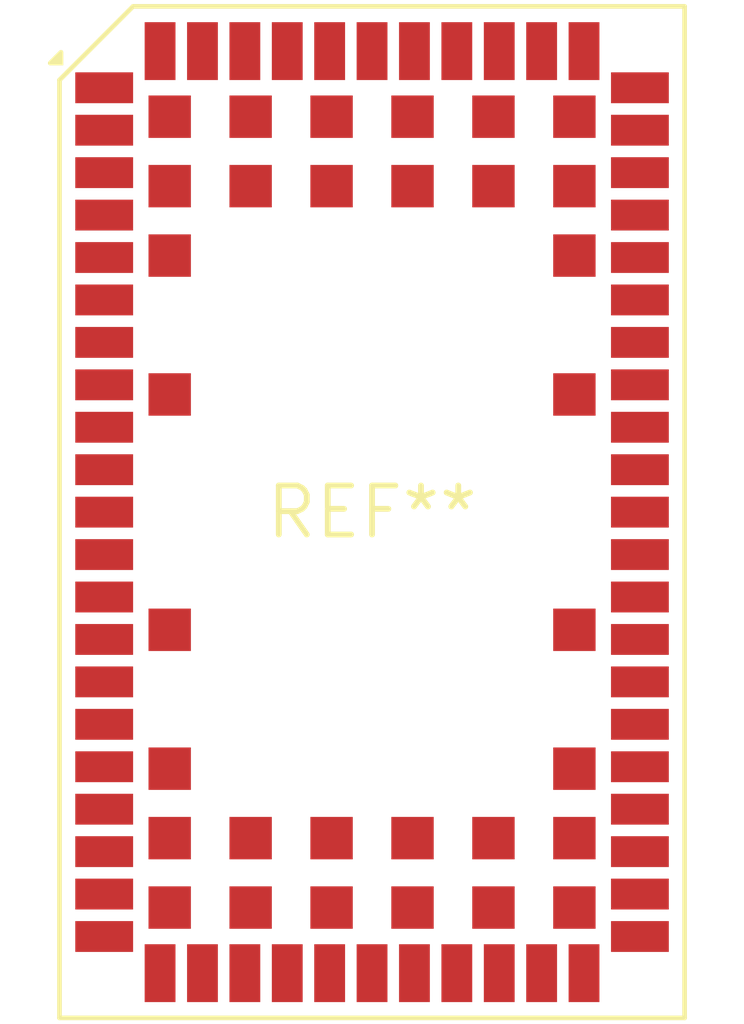
<source format=kicad_pcb>
(kicad_pcb (version 20240108) (generator pcbnew)
  (layers (0 "F.Cu" signal) (31 "B.Cu" signal) (34 "B.Paste" user) (35 "F.Paste" user) (36 "B.SilkS" user "B.Silkscreen") (37 "F.SilkS" user "F.Silkscreen") (38 "B.Mask" user) (39 "F.Mask" user) (44 "Edge.Cuts" user))
  (net 0 "")
  (footprint "ublox_SARA_LGA-96" (layer "F.Cu") (at 0 0)
    (property "Reference" "REF**")
    (property "Value" "ublox_SARA_LGA-96")
    (fp_line (start -8.11 -11.2) (end -8.11 13.11) (layer "F.SilkS") (stroke (width 0.12)))
    (fp_line (start -6.2 -13.11) (end -8.11 -11.2) (layer "F.SilkS") (stroke (width 0.12)))
    (fp_line (start 8.11 -13.11) (end -6.2 -13.11) (layer "F.SilkS") (stroke (width 0.12)))
    (fp_line (start 8.11 -13.11) (end 8.11 13.11) (layer "F.SilkS") (stroke (width 0.12)))
    (fp_line (start 8.11 13.11) (end -8.11 13.11) (layer "F.SilkS") (stroke (width 0.12)))
    (fp_poly (pts (xy -8.07 -11.64) (xy -8.35 -11.64) (xy -8.07 -11.92) (xy -8.07 -11.64)) (layer "F.SilkS") (stroke (width 0.12)) (fill solid))
    (pad "1" smd rect (at -6.95 -11 270) (size 0.8 1.5) (layers "F.Cu" "F.Mask"))
    (pad "2" smd rect (at -6.95 -9.9 270) (size 0.8 1.5) (layers "F.Cu" "F.Mask"))
    (pad "3" smd rect (at -6.95 -8.8 270) (size 0.8 1.5) (layers "F.Cu" "F.Mask"))
    (pad "4" smd rect (at -6.95 -7.7 270) (size 0.8 1.5) (layers "F.Cu" "F.Mask"))
    (pad "5" smd rect (at -6.95 -6.6 270) (size 0.8 1.5) (layers "F.Cu" "F.Mask"))
    (pad "6" smd rect (at -6.95 -5.5 270) (size 0.8 1.5) (layers "F.Cu" "F.Mask"))
    (pad "7" smd rect (at -6.95 -4.4 270) (size 0.8 1.5) (layers "F.Cu" "F.Mask"))
    (pad "8" smd rect (at -6.95 -3.3 270) (size 0.8 1.5) (layers "F.Cu" "F.Mask"))
    (pad "9" smd rect (at -6.95 -2.2 270) (size 0.8 1.5) (layers "F.Cu" "F.Mask"))
    (pad "10" smd rect (at -6.95 -1.1 270) (size 0.8 1.5) (layers "F.Cu" "F.Mask"))
    (pad "11" smd rect (at -6.95 0 270) (size 0.8 1.5) (layers "F.Cu" "F.Mask"))
    (pad "12" smd rect (at -6.95 1.1 270) (size 0.8 1.5) (layers "F.Cu" "F.Mask"))
    (pad "13" smd rect (at -6.95 2.2 270) (size 0.8 1.5) (layers "F.Cu" "F.Mask"))
    (pad "14" smd rect (at -6.95 3.3 270) (size 0.8 1.5) (layers "F.Cu" "F.Mask"))
    (pad "15" smd rect (at -6.95 4.4 270) (size 0.8 1.5) (layers "F.Cu" "F.Mask"))
    (pad "16" smd rect (at -6.95 5.5 270) (size 0.8 1.5) (layers "F.Cu" "F.Mask"))
    (pad "17" smd rect (at -6.95 6.6 270) (size 0.8 1.5) (layers "F.Cu" "F.Mask"))
    (pad "18" smd rect (at -6.95 7.7 270) (size 0.8 1.5) (layers "F.Cu" "F.Mask"))
    (pad "19" smd rect (at -6.95 8.8 270) (size 0.8 1.5) (layers "F.Cu" "F.Mask"))
    (pad "20" smd rect (at -6.95 9.9 270) (size 0.8 1.5) (layers "F.Cu" "F.Mask"))
    (pad "21" smd rect (at -6.95 11 270) (size 0.8 1.5) (layers "F.Cu" "F.Mask"))
    (pad "22" smd rect (at -5.5 11.95) (size 0.8 1.5) (layers "F.Cu" "F.Mask"))
    (pad "23" smd rect (at -4.4 11.95) (size 0.8 1.5) (layers "F.Cu" "F.Mask"))
    (pad "24" smd rect (at -3.3 11.95) (size 0.8 1.5) (layers "F.Cu" "F.Mask"))
    (pad "25" smd rect (at -2.2 11.95) (size 0.8 1.5) (layers "F.Cu" "F.Mask"))
    (pad "26" smd rect (at -1.1 11.95) (size 0.8 1.5) (layers "F.Cu" "F.Mask"))
    (pad "27" smd rect (at 0 11.95) (size 0.8 1.5) (layers "F.Cu" "F.Mask"))
    (pad "28" smd rect (at 1.1 11.95) (size 0.8 1.5) (layers "F.Cu" "F.Mask"))
    (pad "29" smd rect (at 2.2 11.95) (size 0.8 1.5) (layers "F.Cu" "F.Mask"))
    (pad "30" smd rect (at 3.3 11.95) (size 0.8 1.5) (layers "F.Cu" "F.Mask"))
    (pad "31" smd rect (at 4.4 11.95) (size 0.8 1.5) (layers "F.Cu" "F.Mask"))
    (pad "32" smd rect (at 5.5 11.95) (size 0.8 1.5) (layers "F.Cu" "F.Mask"))
    (pad "33" smd rect (at 6.95 11 90) (size 0.8 1.5) (layers "F.Cu" "F.Mask"))
    (pad "34" smd rect (at 6.95 9.9 90) (size 0.8 1.5) (layers "F.Cu" "F.Mask"))
    (pad "35" smd rect (at 6.95 8.8 90) (size 0.8 1.5) (layers "F.Cu" "F.Mask"))
    (pad "36" smd rect (at 6.95 7.7 90) (size 0.8 1.5) (layers "F.Cu" "F.Mask"))
    (pad "37" smd rect (at 6.95 6.6 90) (size 0.8 1.5) (layers "F.Cu" "F.Mask"))
    (pad "38" smd rect (at 6.95 5.5 90) (size 0.8 1.5) (layers "F.Cu" "F.Mask"))
    (pad "39" smd rect (at 6.95 4.4 90) (size 0.8 1.5) (layers "F.Cu" "F.Mask"))
    (pad "40" smd rect (at 6.95 3.3 90) (size 0.8 1.5) (layers "F.Cu" "F.Mask"))
    (pad "41" smd rect (at 6.95 2.2 90) (size 0.8 1.5) (layers "F.Cu" "F.Mask"))
    (pad "42" smd rect (at 6.95 1.1 90) (size 0.8 1.5) (layers "F.Cu" "F.Mask"))
    (pad "43" smd rect (at 6.95 0 90) (size 0.8 1.5) (layers "F.Cu" "F.Mask"))
    (pad "44" smd rect (at 6.95 -1.1 90) (size 0.8 1.5) (layers "F.Cu" "F.Mask"))
    (pad "45" smd rect (at 6.95 -2.2 90) (size 0.8 1.5) (layers "F.Cu" "F.Mask"))
    (pad "46" smd rect (at 6.95 -3.3 90) (size 0.8 1.5) (layers "F.Cu" "F.Mask"))
    (pad "47" smd rect (at 6.95 -4.4 90) (size 0.8 1.5) (layers "F.Cu" "F.Mask"))
    (pad "48" smd rect (at 6.95 -5.5 90) (size 0.8 1.5) (layers "F.Cu" "F.Mask"))
    (pad "49" smd rect (at 6.95 -6.6 90) (size 0.8 1.5) (layers "F.Cu" "F.Mask"))
    (pad "50" smd rect (at 6.95 -7.7 90) (size 0.8 1.5) (layers "F.Cu" "F.Mask"))
    (pad "51" smd rect (at 6.95 -8.8 90) (size 0.8 1.5) (layers "F.Cu" "F.Mask"))
    (pad "52" smd rect (at 6.95 -9.9 90) (size 0.8 1.5) (layers "F.Cu" "F.Mask"))
    (pad "53" smd rect (at 6.95 -11 90) (size 0.8 1.5) (layers "F.Cu" "F.Mask"))
    (pad "54" smd rect (at 5.5 -11.95 180) (size 0.8 1.5) (layers "F.Cu" "F.Mask"))
    (pad "55" smd rect (at 4.4 -11.95 180) (size 0.8 1.5) (layers "F.Cu" "F.Mask"))
    (pad "56" smd rect (at 3.3 -11.95 180) (size 0.8 1.5) (layers "F.Cu" "F.Mask"))
    (pad "57" smd rect (at 2.2 -11.95 180) (size 0.8 1.5) (layers "F.Cu" "F.Mask"))
    (pad "58" smd rect (at 1.1 -11.95 180) (size 0.8 1.5) (layers "F.Cu" "F.Mask"))
    (pad "59" smd rect (at 0 -11.95 180) (size 0.8 1.5) (layers "F.Cu" "F.Mask"))
    (pad "60" smd rect (at -1.1 -11.95 180) (size 0.8 1.5) (layers "F.Cu" "F.Mask"))
    (pad "61" smd rect (at -2.2 -11.95 180) (size 0.8 1.5) (layers "F.Cu" "F.Mask"))
    (pad "62" smd rect (at -3.3 -11.95 180) (size 0.8 1.5) (layers "F.Cu" "F.Mask"))
    (pad "63" smd rect (at -4.4 -11.95 180) (size 0.8 1.5) (layers "F.Cu" "F.Mask"))
    (pad "64" smd rect (at -5.5 -11.95 180) (size 0.8 1.5) (layers "F.Cu" "F.Mask"))
    (pad "65" smd rect (at -5.25 -10.25 180) (size 1.1 1.1) (layers "F.Cu" "F.Mask"))
    (pad "66" smd rect (at -3.15 -10.25 180) (size 1.1 1.1) (layers "F.Cu" "F.Mask"))
    (pad "67" smd rect (at -1.05 -10.25 180) (size 1.1 1.1) (layers "F.Cu" "F.Mask"))
    (pad "68" smd rect (at 1.05 -10.25 180) (size 1.1 1.1) (layers "F.Cu" "F.Mask"))
    (pad "69" smd rect (at 3.15 -10.25 180) (size 1.1 1.1) (layers "F.Cu" "F.Mask"))
    (pad "70" smd rect (at 5.25 -10.25 180) (size 1.1 1.1) (layers "F.Cu" "F.Mask"))
    (pad "71" smd rect (at -5.25 -8.45 180) (size 1.1 1.1) (layers "F.Cu" "F.Mask"))
    (pad "72" smd rect (at -3.15 -8.45 180) (size 1.1 1.1) (layers "F.Cu" "F.Mask"))
    (pad "73" smd rect (at -1.05 -8.45 180) (size 1.1 1.1) (layers "F.Cu" "F.Mask"))
    (pad "74" smd rect (at 1.05 -8.45 180) (size 1.1 1.1) (layers "F.Cu" "F.Mask"))
    (pad "75" smd rect (at 3.15 -8.45 180) (size 1.1 1.1) (layers "F.Cu" "F.Mask"))
    (pad "76" smd rect (at 5.25 -8.45 180) (size 1.1 1.1) (layers "F.Cu" "F.Mask"))
    (pad "77" smd rect (at -5.25 -6.65 180) (size 1.1 1.1) (layers "F.Cu" "F.Mask"))
    (pad "78" smd rect (at 5.25 -6.65 180) (size 1.1 1.1) (layers "F.Cu" "F.Mask"))
    (pad "79" smd rect (at -5.25 -3.05 180) (size 1.1 1.1) (layers "F.Cu" "F.Mask"))
    (pad "80" smd rect (at 5.25 -3.05 180) (size 1.1 1.1) (layers "F.Cu" "F.Mask"))
    (pad "81" smd rect (at -5.25 3.05 180) (size 1.1 1.1) (layers "F.Cu" "F.Mask"))
    (pad "82" smd rect (at 5.25 3.05 180) (size 1.1 1.1) (layers "F.Cu" "F.Mask"))
    (pad "83" smd rect (at -5.25 6.65 180) (size 1.1 1.1) (layers "F.Cu" "F.Mask"))
    (pad "84" smd rect (at 5.25 6.65 180) (size 1.1 1.1) (layers "F.Cu" "F.Mask"))
    (pad "85" smd rect (at -5.25 8.45 180) (size 1.1 1.1) (layers "F.Cu" "F.Mask"))
    (pad "86" smd rect (at -3.15 8.45 180) (size 1.1 1.1) (layers "F.Cu" "F.Mask"))
    (pad "87" smd rect (at -1.05 8.45 180) (size 1.1 1.1) (layers "F.Cu" "F.Mask"))
    (pad "88" smd rect (at 1.05 8.45 180) (size 1.1 1.1) (layers "F.Cu" "F.Mask"))
    (pad "89" smd rect (at 3.15 8.45 180) (size 1.1 1.1) (layers "F.Cu" "F.Mask"))
    (pad "90" smd rect (at 5.25 8.45 180) (size 1.1 1.1) (layers "F.Cu" "F.Mask"))
    (pad "91" smd rect (at -5.25 10.25 180) (size 1.1 1.1) (layers "F.Cu" "F.Mask"))
    (pad "92" smd rect (at -3.15 10.25 180) (size 1.1 1.1) (layers "F.Cu" "F.Mask"))
    (pad "93" smd rect (at -1.05 10.25 270) (size 1.1 1.1) (layers "F.Cu" "F.Mask"))
    (pad "94" smd rect (at 1.05 10.25 180) (size 1.1 1.1) (layers "F.Cu" "F.Mask"))
    (pad "95" smd rect (at 3.15 10.25 180) (size 1.1 1.1) (layers "F.Cu" "F.Mask"))
    (pad "96" smd rect (at 5.25 10.25 270) (size 1.1 1.1) (layers "F.Cu" "F.Mask"))
  )
)
</source>
